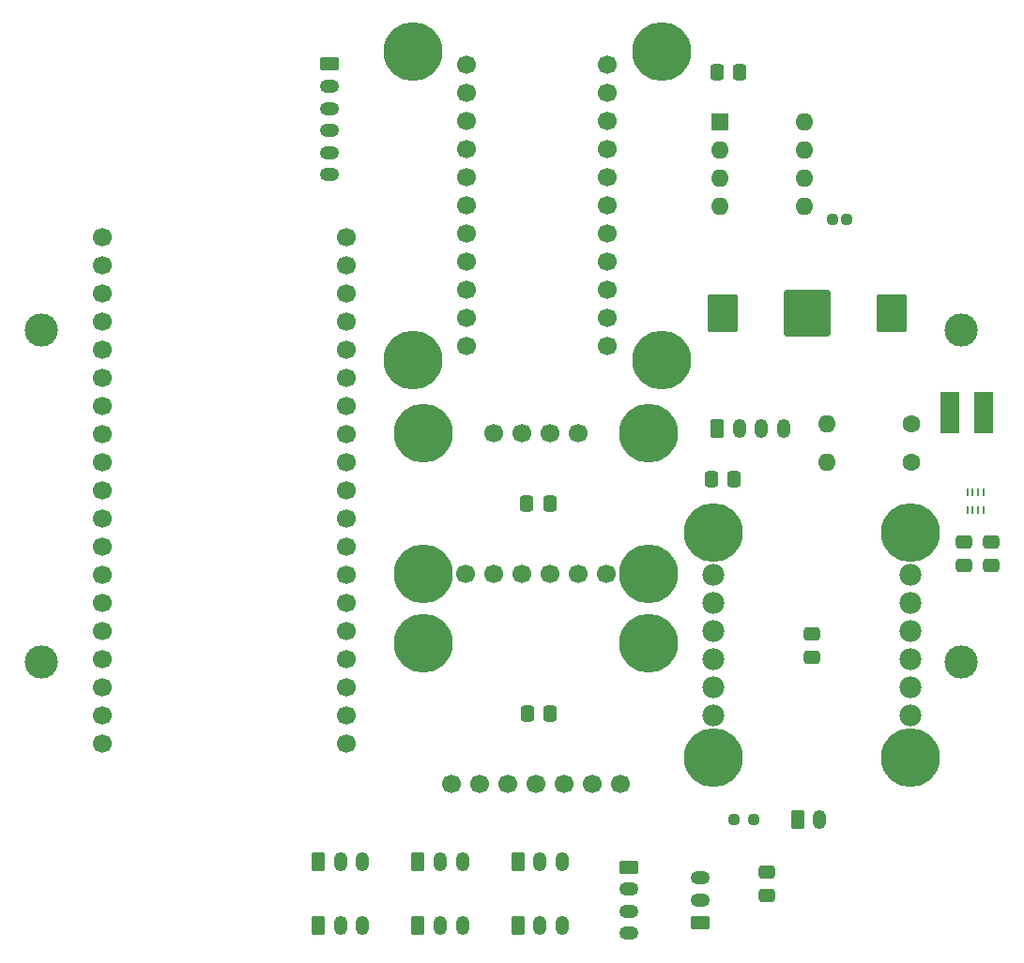
<source format=gbr>
%TF.GenerationSoftware,KiCad,Pcbnew,8.0.5*%
%TF.CreationDate,2025-04-28T01:27:17-04:00*%
%TF.ProjectId,CanSat_Sensor_Board,43616e53-6174-45f5-9365-6e736f725f42,rev?*%
%TF.SameCoordinates,Original*%
%TF.FileFunction,Soldermask,Top*%
%TF.FilePolarity,Negative*%
%FSLAX46Y46*%
G04 Gerber Fmt 4.6, Leading zero omitted, Abs format (unit mm)*
G04 Created by KiCad (PCBNEW 8.0.5) date 2025-04-28 01:27:17*
%MOMM*%
%LPD*%
G01*
G04 APERTURE LIST*
G04 Aperture macros list*
%AMRoundRect*
0 Rectangle with rounded corners*
0 $1 Rounding radius*
0 $2 $3 $4 $5 $6 $7 $8 $9 X,Y pos of 4 corners*
0 Add a 4 corners polygon primitive as box body*
4,1,4,$2,$3,$4,$5,$6,$7,$8,$9,$2,$3,0*
0 Add four circle primitives for the rounded corners*
1,1,$1+$1,$2,$3*
1,1,$1+$1,$4,$5*
1,1,$1+$1,$6,$7*
1,1,$1+$1,$8,$9*
0 Add four rect primitives between the rounded corners*
20,1,$1+$1,$2,$3,$4,$5,0*
20,1,$1+$1,$4,$5,$6,$7,0*
20,1,$1+$1,$6,$7,$8,$9,0*
20,1,$1+$1,$8,$9,$2,$3,0*%
G04 Aperture macros list end*
%ADD10C,1.600000*%
%ADD11O,1.600000X1.600000*%
%ADD12RoundRect,0.250000X-0.350000X-0.625000X0.350000X-0.625000X0.350000X0.625000X-0.350000X0.625000X0*%
%ADD13O,1.200000X1.750000*%
%ADD14RoundRect,0.250000X-0.475000X0.337500X-0.475000X-0.337500X0.475000X-0.337500X0.475000X0.337500X0*%
%ADD15RoundRect,0.250000X-0.625000X0.350000X-0.625000X-0.350000X0.625000X-0.350000X0.625000X0.350000X0*%
%ADD16O,1.750000X1.200000*%
%ADD17RoundRect,0.250000X0.475000X-0.337500X0.475000X0.337500X-0.475000X0.337500X-0.475000X-0.337500X0*%
%ADD18C,5.300000*%
%ADD19C,1.700000*%
%ADD20C,1.114000*%
%ADD21RoundRect,0.250000X0.337500X0.475000X-0.337500X0.475000X-0.337500X-0.475000X0.337500X-0.475000X0*%
%ADD22C,1.982000*%
%ADD23RoundRect,0.102000X1.980000X1.980000X-1.980000X1.980000X-1.980000X-1.980000X1.980000X-1.980000X0*%
%ADD24RoundRect,0.102000X1.270000X1.585000X-1.270000X1.585000X-1.270000X-1.585000X1.270000X-1.585000X0*%
%ADD25R,0.228600X0.711200*%
%ADD26RoundRect,0.237500X0.250000X0.237500X-0.250000X0.237500X-0.250000X-0.237500X0.250000X-0.237500X0*%
%ADD27RoundRect,0.250000X0.625000X-0.350000X0.625000X0.350000X-0.625000X0.350000X-0.625000X-0.350000X0*%
%ADD28RoundRect,0.250000X-0.337500X-0.475000X0.337500X-0.475000X0.337500X0.475000X-0.337500X0.475000X0*%
%ADD29RoundRect,0.102000X0.750000X1.800000X-0.750000X1.800000X-0.750000X-1.800000X0.750000X-1.800000X0*%
%ADD30R,1.600000X1.600000*%
%ADD31C,3.000000*%
G04 APERTURE END LIST*
D10*
%TO.C,R2*%
X187000000Y-97000000D03*
D11*
X179380000Y-97000000D03*
%TD*%
D12*
%TO.C,J9*%
X133500000Y-138750000D03*
D13*
X135500000Y-138750000D03*
X137500000Y-138750000D03*
%TD*%
D14*
%TO.C,C8*%
X191750000Y-104175001D03*
X191750000Y-106250001D03*
%TD*%
D15*
%TO.C,J2*%
X134500000Y-61000000D03*
D16*
X134500000Y-63000000D03*
X134500000Y-65000000D03*
X134500000Y-67000000D03*
X134500000Y-69000000D03*
X134500000Y-71000000D03*
%TD*%
D17*
%TO.C,C7*%
X194250000Y-106250001D03*
X194250000Y-104175001D03*
%TD*%
D18*
%TO.C,SparkFunXBeeExplorer_U2*%
X164450000Y-87700000D03*
X164450000Y-59900000D03*
X142050000Y-87700000D03*
X142050000Y-59900000D03*
D19*
X146900000Y-86500000D03*
X146900000Y-83960000D03*
X146900000Y-81420000D03*
X146900000Y-78880000D03*
X146900000Y-76340000D03*
X146900000Y-73800000D03*
X146900000Y-71260000D03*
X146900000Y-68720000D03*
X146900000Y-66180000D03*
X146900000Y-63640000D03*
X146900000Y-61100000D03*
X159600000Y-61100000D03*
X159600000Y-63640000D03*
X159600000Y-66180000D03*
X159600000Y-68720000D03*
X159600000Y-71260000D03*
X159600000Y-73800000D03*
X159600000Y-76340000D03*
X159600000Y-78880000D03*
X159600000Y-81420000D03*
X159600000Y-83960000D03*
X159600000Y-86500000D03*
%TD*%
%TO.C,ESP32-DEVKIT-32_U1*%
X114000000Y-76670000D03*
X114000000Y-79210000D03*
X114000000Y-81750000D03*
X114000000Y-84290000D03*
X114000000Y-86830000D03*
X114000000Y-89370000D03*
X114000000Y-91910000D03*
X114000000Y-94450000D03*
X114000000Y-96990000D03*
X114000000Y-99530000D03*
X114000000Y-102070000D03*
X114000000Y-104610000D03*
X114000000Y-107150000D03*
X114000000Y-109690000D03*
X114000000Y-112230000D03*
X114000000Y-114770000D03*
X114000000Y-117310000D03*
X114000000Y-119850000D03*
X114000000Y-122390000D03*
X136000000Y-76670000D03*
X136000000Y-79210000D03*
X136000000Y-81750000D03*
X136000000Y-84290000D03*
X136000000Y-86830000D03*
X136000000Y-89370000D03*
X136000000Y-91910000D03*
X136000000Y-94450000D03*
X136000000Y-96990000D03*
X136000000Y-99530000D03*
X136000000Y-102070000D03*
X136000000Y-104610000D03*
X136000000Y-107150000D03*
X136000000Y-109690000D03*
X136000000Y-112230000D03*
X136000000Y-114770000D03*
X136000000Y-117310000D03*
X136000000Y-119850000D03*
X136000000Y-122390000D03*
%TD*%
D20*
%TO.C,Y1*%
X181135000Y-75000000D03*
X179865000Y-75000000D03*
%TD*%
D18*
%TO.C,Adafruit_BME280_STEMMA_QT_U3*%
X143000000Y-113300000D03*
X163320000Y-113300000D03*
D19*
X145540000Y-126000000D03*
X148080000Y-126000000D03*
X150620000Y-126000000D03*
X153160000Y-126000000D03*
X155700000Y-126000000D03*
X158240000Y-126000000D03*
X160780000Y-126000000D03*
%TD*%
D12*
%TO.C,J8*%
X133500000Y-133000000D03*
D13*
X135500000Y-133000000D03*
X137500000Y-133000000D03*
%TD*%
D17*
%TO.C,C1*%
X174000000Y-136037500D03*
X174000000Y-133962500D03*
%TD*%
D12*
%TO.C,J4*%
X169500000Y-93950000D03*
D13*
X171500000Y-93950000D03*
X173500000Y-93950000D03*
X175500000Y-93950000D03*
%TD*%
D12*
%TO.C,J11*%
X151500000Y-138750000D03*
D13*
X153500000Y-138750000D03*
X155500000Y-138750000D03*
%TD*%
D21*
%TO.C,C4*%
X154387500Y-100650000D03*
X152312500Y-100650000D03*
%TD*%
D18*
%TO.C,Adafruit_BNO085_U5*%
X186890000Y-103340000D03*
X169110000Y-103340000D03*
X186890000Y-123660000D03*
X169110000Y-123660000D03*
D22*
X169110000Y-107150000D03*
X169110000Y-109690000D03*
X169110000Y-112230000D03*
X169110000Y-114770000D03*
X169110000Y-117310000D03*
X169110000Y-119850000D03*
X186890000Y-107150000D03*
X186890000Y-109690000D03*
X186890000Y-112230000D03*
X186890000Y-114770000D03*
X186890000Y-117310000D03*
X186890000Y-119850000D03*
%TD*%
D23*
%TO.C,2894TR_U7*%
X177620000Y-83500000D03*
D24*
X185240000Y-83500000D03*
X170000000Y-83500000D03*
%TD*%
D10*
%TO.C,R3*%
X187000000Y-93500000D03*
D11*
X179380000Y-93500000D03*
%TD*%
D18*
%TO.C,Adafruit_LIS3MDL_U4*%
X143000000Y-94300000D03*
X143000000Y-107000000D03*
D19*
X149350000Y-94300000D03*
X151890000Y-94300000D03*
X154430000Y-94300000D03*
X156970000Y-94300000D03*
D18*
X163320000Y-94300000D03*
X163320000Y-107000000D03*
D19*
X146810000Y-107000000D03*
X149350000Y-107000000D03*
X151890000Y-107000000D03*
X154430000Y-107000000D03*
X156970000Y-107000000D03*
X159510000Y-107000000D03*
%TD*%
D12*
%TO.C,J10*%
X142500000Y-138750000D03*
D13*
X144500000Y-138750000D03*
X146500000Y-138750000D03*
%TD*%
D25*
%TO.C,TPS610333DRLR_U8*%
X192049200Y-101299201D03*
X192549201Y-101299201D03*
X193049201Y-101299201D03*
X193549202Y-101299201D03*
X193549202Y-99700799D03*
X193049201Y-99700799D03*
X192549201Y-99700799D03*
X192049200Y-99700799D03*
%TD*%
D26*
%TO.C,R1*%
X172825000Y-129250000D03*
X171000000Y-129250000D03*
%TD*%
D27*
%TO.C,J3*%
X167950000Y-138500000D03*
D16*
X167950000Y-136500000D03*
X167950000Y-134500000D03*
%TD*%
D28*
%TO.C,C6*%
X169462500Y-61750000D03*
X171537500Y-61750000D03*
%TD*%
D29*
%TO.C,WE-LQS_4025_L1*%
X193525000Y-92500000D03*
X190475000Y-92500000D03*
%TD*%
D12*
%TO.C,J6*%
X142500000Y-133000000D03*
D13*
X144500000Y-133000000D03*
X146500000Y-133000000D03*
%TD*%
D28*
%TO.C,C3*%
X168962500Y-98500000D03*
X171037500Y-98500000D03*
%TD*%
D12*
%TO.C,J5*%
X176750000Y-129250000D03*
D13*
X178750000Y-129250000D03*
%TD*%
D15*
%TO.C,J1*%
X161500000Y-133500000D03*
D16*
X161500000Y-135500000D03*
X161500000Y-137500000D03*
X161500000Y-139500000D03*
%TD*%
D30*
%TO.C,DS1307+_U6*%
X169700000Y-66200000D03*
D11*
X169700000Y-68740000D03*
X169700000Y-71280000D03*
X169700000Y-73820000D03*
X177320000Y-73820000D03*
X177320000Y-71280000D03*
X177320000Y-68740000D03*
X177320000Y-66200000D03*
%TD*%
D12*
%TO.C,J7*%
X151500000Y-133000000D03*
D13*
X153500000Y-133000000D03*
X155500000Y-133000000D03*
%TD*%
D17*
%TO.C,C5*%
X178000000Y-114537500D03*
X178000000Y-112462500D03*
%TD*%
D28*
%TO.C,C2*%
X152342500Y-119650000D03*
X154417500Y-119650000D03*
%TD*%
D31*
%TO.C,REF\u002A\u002A*%
X108500000Y-85000000D03*
%TD*%
%TO.C,REF\u002A\u002A*%
X191500000Y-85000000D03*
%TD*%
%TO.C,REF\u002A\u002A*%
X108500000Y-115000000D03*
%TD*%
%TO.C,REF\u002A\u002A*%
X191500000Y-115000000D03*
%TD*%
M02*

</source>
